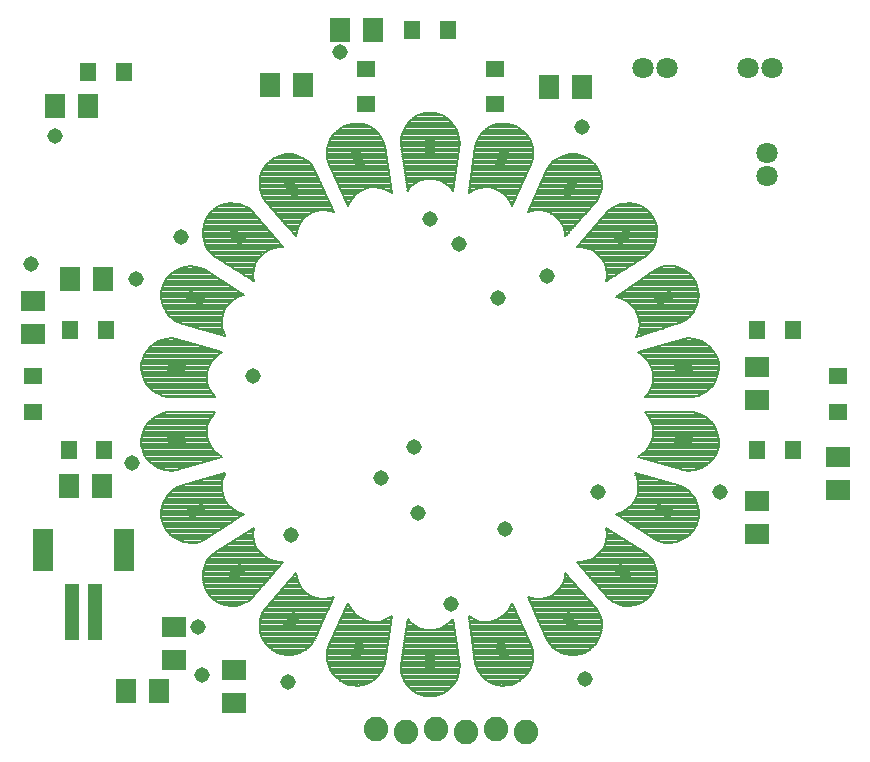
<source format=gts>
G75*
%MOIN*%
%OFA0B0*%
%FSLAX25Y25*%
%IPPOS*%
%LPD*%
%AMOC8*
5,1,8,0,0,1.08239X$1,22.5*
%
%ADD10C,0.07099*%
%ADD11R,0.07887X0.07099*%
%ADD12R,0.07099X0.07887*%
%ADD13R,0.04737X0.18910*%
%ADD14R,0.07099X0.14186*%
%ADD15C,0.08200*%
%ADD16R,0.05524X0.06312*%
%ADD17R,0.06312X0.05524*%
%ADD18C,0.00800*%
%ADD19R,0.05800X0.03300*%
%ADD20R,0.03300X0.05800*%
%ADD21C,0.05162*%
D10*
X0357287Y0291685D03*
X0357287Y0299559D03*
X0359059Y0327787D03*
X0351185Y0327787D03*
X0324059Y0327787D03*
X0316185Y0327787D03*
D11*
X0354122Y0228134D03*
X0354122Y0217110D03*
X0381122Y0198134D03*
X0381122Y0187110D03*
X0354122Y0183634D03*
X0354122Y0172610D03*
X0179622Y0127134D03*
X0179622Y0116110D03*
X0159622Y0130610D03*
X0159622Y0141634D03*
X0112622Y0239110D03*
X0112622Y0250134D03*
D12*
X0143610Y0120122D03*
X0154634Y0120122D03*
X0135634Y0188622D03*
X0124610Y0188622D03*
X0125110Y0257622D03*
X0136134Y0257622D03*
X0131134Y0315122D03*
X0120110Y0315122D03*
X0191610Y0322122D03*
X0202634Y0322122D03*
X0215110Y0340622D03*
X0226134Y0340622D03*
X0284610Y0321622D03*
X0295634Y0321622D03*
D13*
X0133559Y0146555D03*
X0125685Y0146555D03*
D14*
X0116236Y0167028D03*
X0143008Y0167028D03*
D15*
X0227122Y0107622D03*
X0237122Y0106622D03*
X0247122Y0107622D03*
X0257122Y0106622D03*
X0267122Y0107622D03*
X0277122Y0106622D03*
D16*
X0354217Y0200622D03*
X0366028Y0200622D03*
X0366028Y0240622D03*
X0354217Y0240622D03*
X0251028Y0340622D03*
X0239217Y0340622D03*
X0143028Y0326622D03*
X0131217Y0326622D03*
X0137028Y0240622D03*
X0125217Y0240622D03*
X0124717Y0200622D03*
X0136528Y0200622D03*
D17*
X0112622Y0213217D03*
X0112622Y0225028D03*
X0223622Y0315717D03*
X0223622Y0327528D03*
X0266622Y0327528D03*
X0266622Y0315717D03*
X0381122Y0225028D03*
X0381122Y0213217D03*
D18*
X0341207Y0205077D02*
X0340788Y0206596D01*
X0340136Y0208031D01*
X0339268Y0209346D01*
X0338205Y0210509D01*
X0336973Y0211491D01*
X0335603Y0212269D01*
X0334128Y0212823D01*
X0332585Y0213139D01*
X0316661Y0213047D01*
X0317642Y0211967D01*
X0318439Y0210744D01*
X0319031Y0209409D01*
X0319402Y0207997D01*
X0319544Y0206545D01*
X0319452Y0205088D01*
X0319128Y0203664D01*
X0318583Y0202310D01*
X0317828Y0201061D01*
X0316883Y0199947D01*
X0315774Y0198999D01*
X0314527Y0198240D01*
X0329777Y0193656D01*
X0331347Y0193523D01*
X0332918Y0193638D01*
X0334453Y0193997D01*
X0335912Y0194592D01*
X0337260Y0195408D01*
X0338464Y0196424D01*
X0339494Y0197616D01*
X0340325Y0198955D01*
X0340936Y0200407D01*
X0341312Y0201937D01*
X0341383Y0203511D01*
X0341207Y0205077D01*
X0341213Y0205026D02*
X0319437Y0205026D01*
X0319498Y0205824D02*
X0341001Y0205824D01*
X0340776Y0206623D02*
X0319536Y0206623D01*
X0319458Y0207421D02*
X0340413Y0207421D01*
X0340011Y0208220D02*
X0319344Y0208220D01*
X0319134Y0209018D02*
X0339484Y0209018D01*
X0338838Y0209817D02*
X0318850Y0209817D01*
X0318496Y0210615D02*
X0338072Y0210615D01*
X0337071Y0211414D02*
X0318003Y0211414D01*
X0317420Y0212212D02*
X0335704Y0212212D01*
X0333212Y0213011D02*
X0316694Y0213011D01*
X0316661Y0218197D02*
X0332585Y0218105D01*
X0334128Y0218421D01*
X0335603Y0218975D01*
X0336974Y0219753D01*
X0338205Y0220735D01*
X0339268Y0221898D01*
X0340136Y0223213D01*
X0340788Y0224648D01*
X0341207Y0226167D01*
X0341383Y0227733D01*
X0341312Y0229307D01*
X0340936Y0230837D01*
X0340324Y0232289D01*
X0339494Y0233628D01*
X0338464Y0234820D01*
X0337260Y0235836D01*
X0335912Y0236652D01*
X0334453Y0237247D01*
X0332918Y0237606D01*
X0331347Y0237721D01*
X0329777Y0237589D01*
X0314527Y0233004D01*
X0315774Y0232245D01*
X0316883Y0231297D01*
X0317828Y0230183D01*
X0318583Y0228934D01*
X0319128Y0227580D01*
X0319452Y0226156D01*
X0319544Y0224700D01*
X0319402Y0223247D01*
X0319031Y0221835D01*
X0318439Y0220500D01*
X0317642Y0219277D01*
X0316661Y0218197D01*
X0317027Y0218600D02*
X0334605Y0218600D01*
X0336350Y0219399D02*
X0317722Y0219399D01*
X0318242Y0220197D02*
X0337531Y0220197D01*
X0338444Y0220996D02*
X0318659Y0220996D01*
X0319013Y0221794D02*
X0339173Y0221794D01*
X0339727Y0222593D02*
X0319230Y0222593D01*
X0319416Y0223391D02*
X0340217Y0223391D01*
X0340580Y0224190D02*
X0319494Y0224190D01*
X0319525Y0224988D02*
X0340882Y0224988D01*
X0341102Y0225787D02*
X0319475Y0225787D01*
X0319354Y0226585D02*
X0341254Y0226585D01*
X0341344Y0227384D02*
X0319173Y0227384D01*
X0318886Y0228182D02*
X0341363Y0228182D01*
X0341327Y0228981D02*
X0318554Y0228981D01*
X0318072Y0229779D02*
X0341196Y0229779D01*
X0340999Y0230578D02*
X0317493Y0230578D01*
X0316790Y0231376D02*
X0340709Y0231376D01*
X0340372Y0232175D02*
X0315856Y0232175D01*
X0314578Y0232973D02*
X0339900Y0232973D01*
X0339369Y0233772D02*
X0317080Y0233772D01*
X0319737Y0234570D02*
X0338679Y0234570D01*
X0337813Y0235369D02*
X0322393Y0235369D01*
X0325049Y0236167D02*
X0336712Y0236167D01*
X0335142Y0236966D02*
X0327706Y0236966D01*
X0322700Y0240959D02*
X0314866Y0240959D01*
X0314849Y0240762D02*
X0314491Y0239347D01*
X0313912Y0238006D01*
X0329008Y0243077D01*
X0330366Y0243877D01*
X0331582Y0244878D01*
X0332626Y0246058D01*
X0333473Y0247387D01*
X0334102Y0248831D01*
X0334497Y0250357D01*
X0334649Y0251925D01*
X0334554Y0253498D01*
X0334213Y0255036D01*
X0333636Y0256502D01*
X0332785Y0257828D01*
X0331736Y0259004D01*
X0330516Y0260001D01*
X0329155Y0260796D01*
X0327687Y0261367D01*
X0326148Y0261703D01*
X0324574Y0261793D01*
X0323007Y0261636D01*
X0321483Y0261235D01*
X0320040Y0260601D01*
X0307097Y0251325D01*
X0308523Y0251010D01*
X0309880Y0250472D01*
X0311134Y0249725D01*
X0312253Y0248787D01*
X0313208Y0247683D01*
X0313975Y0246441D01*
X0314534Y0245093D01*
X0314870Y0243672D01*
X0314976Y0242216D01*
X0314849Y0240762D01*
X0314697Y0240160D02*
X0320323Y0240160D01*
X0317946Y0239362D02*
X0314495Y0239362D01*
X0314153Y0238563D02*
X0315569Y0238563D01*
X0314936Y0241757D02*
X0325077Y0241757D01*
X0327454Y0242556D02*
X0314952Y0242556D01*
X0314894Y0243354D02*
X0329478Y0243354D01*
X0330701Y0244153D02*
X0314756Y0244153D01*
X0314567Y0244951D02*
X0331646Y0244951D01*
X0332353Y0245750D02*
X0314261Y0245750D01*
X0313909Y0246548D02*
X0332939Y0246548D01*
X0333448Y0247347D02*
X0313416Y0247347D01*
X0312808Y0248145D02*
X0333804Y0248145D01*
X0334131Y0248944D02*
X0312066Y0248944D01*
X0311105Y0249742D02*
X0334338Y0249742D01*
X0334515Y0250541D02*
X0309707Y0250541D01*
X0308232Y0252138D02*
X0334636Y0252138D01*
X0334588Y0252936D02*
X0309346Y0252936D01*
X0310460Y0253735D02*
X0334501Y0253735D01*
X0334324Y0254533D02*
X0311574Y0254533D01*
X0312688Y0255332D02*
X0334097Y0255332D01*
X0333783Y0256130D02*
X0313802Y0256130D01*
X0314916Y0256929D02*
X0333362Y0256929D01*
X0332849Y0257727D02*
X0316030Y0257727D01*
X0317144Y0258526D02*
X0332162Y0258526D01*
X0331344Y0259324D02*
X0318259Y0259324D01*
X0319373Y0260123D02*
X0330308Y0260123D01*
X0328833Y0260921D02*
X0320768Y0260921D01*
X0323848Y0261720D02*
X0325845Y0261720D01*
X0319128Y0267309D02*
X0298509Y0267309D01*
X0298313Y0267406D02*
X0299623Y0266762D01*
X0300814Y0265918D01*
X0301855Y0264894D01*
X0302720Y0263718D01*
X0303386Y0262419D01*
X0303836Y0261030D01*
X0304059Y0259588D01*
X0304049Y0258128D01*
X0303807Y0256688D01*
X0317257Y0265214D01*
X0318385Y0266314D01*
X0319327Y0267577D01*
X0320060Y0268971D01*
X0320566Y0270464D01*
X0320832Y0272017D01*
X0320852Y0273592D01*
X0320625Y0275151D01*
X0320157Y0276656D01*
X0319459Y0278069D01*
X0318549Y0279355D01*
X0317406Y0280439D01*
X0316107Y0281331D01*
X0314685Y0282009D01*
X0313174Y0282456D01*
X0311611Y0282661D01*
X0310036Y0282619D01*
X0308487Y0282331D01*
X0307002Y0281805D01*
X0305618Y0281052D01*
X0304368Y0280093D01*
X0294011Y0267996D01*
X0295471Y0268031D01*
X0296917Y0267832D01*
X0298313Y0267406D01*
X0299978Y0266511D02*
X0318532Y0266511D01*
X0317768Y0265712D02*
X0301023Y0265712D01*
X0301835Y0264914D02*
X0316784Y0264914D01*
X0315524Y0264115D02*
X0302428Y0264115D01*
X0302925Y0263317D02*
X0314264Y0263317D01*
X0313005Y0262518D02*
X0303335Y0262518D01*
X0303612Y0261720D02*
X0311745Y0261720D01*
X0310485Y0260921D02*
X0303853Y0260921D01*
X0303976Y0260123D02*
X0309225Y0260123D01*
X0307966Y0259324D02*
X0304057Y0259324D01*
X0304052Y0258526D02*
X0306706Y0258526D01*
X0305446Y0257727D02*
X0303982Y0257727D01*
X0303847Y0256929D02*
X0304186Y0256929D01*
X0307118Y0251339D02*
X0334592Y0251339D01*
X0319606Y0268108D02*
X0294107Y0268108D01*
X0294791Y0268906D02*
X0320026Y0268906D01*
X0320308Y0269705D02*
X0295474Y0269705D01*
X0296158Y0270503D02*
X0320572Y0270503D01*
X0320709Y0271302D02*
X0296842Y0271302D01*
X0297525Y0272100D02*
X0320833Y0272100D01*
X0320843Y0272899D02*
X0298209Y0272899D01*
X0298893Y0273698D02*
X0320836Y0273698D01*
X0320720Y0274496D02*
X0299576Y0274496D01*
X0300260Y0275295D02*
X0320580Y0275295D01*
X0320332Y0276093D02*
X0300944Y0276093D01*
X0301627Y0276892D02*
X0320041Y0276892D01*
X0319646Y0277690D02*
X0302311Y0277690D01*
X0302995Y0278489D02*
X0319162Y0278489D01*
X0318598Y0279287D02*
X0303678Y0279287D01*
X0304362Y0280086D02*
X0317779Y0280086D01*
X0316758Y0280884D02*
X0305399Y0280884D01*
X0306778Y0281683D02*
X0315369Y0281683D01*
X0312979Y0282481D02*
X0309295Y0282481D01*
X0301527Y0285004D02*
X0302074Y0286481D01*
X0302384Y0288026D01*
X0302447Y0289601D01*
X0302264Y0291166D01*
X0301838Y0292683D01*
X0301181Y0294114D01*
X0300307Y0295426D01*
X0299239Y0296584D01*
X0298003Y0297561D01*
X0296600Y0298278D01*
X0295102Y0298767D01*
X0293546Y0299016D01*
X0291970Y0299018D01*
X0290414Y0298773D01*
X0288915Y0298288D01*
X0287510Y0297575D01*
X0286234Y0296651D01*
X0285118Y0295538D01*
X0284190Y0294265D01*
X0277670Y0279736D01*
X0279061Y0280181D01*
X0280504Y0280399D01*
X0281964Y0280384D01*
X0283402Y0280137D01*
X0284783Y0279663D01*
X0286071Y0278975D01*
X0287232Y0278091D01*
X0288238Y0277032D01*
X0289062Y0275827D01*
X0289683Y0274506D01*
X0290086Y0273103D01*
X0290260Y0271654D01*
X0300755Y0283630D01*
X0301527Y0285004D01*
X0301456Y0284877D02*
X0279977Y0284877D01*
X0280336Y0285675D02*
X0301776Y0285675D01*
X0302071Y0286474D02*
X0280694Y0286474D01*
X0281052Y0287272D02*
X0302233Y0287272D01*
X0302385Y0288071D02*
X0281411Y0288071D01*
X0281769Y0288869D02*
X0302418Y0288869D01*
X0302440Y0289668D02*
X0282127Y0289668D01*
X0282486Y0290466D02*
X0302346Y0290466D01*
X0302236Y0291265D02*
X0282844Y0291265D01*
X0283202Y0292063D02*
X0302012Y0292063D01*
X0301756Y0292862D02*
X0283561Y0292862D01*
X0283919Y0293660D02*
X0301389Y0293660D01*
X0300951Y0294459D02*
X0284332Y0294459D01*
X0284914Y0295257D02*
X0300419Y0295257D01*
X0299726Y0296056D02*
X0285637Y0296056D01*
X0286515Y0296854D02*
X0298897Y0296854D01*
X0297823Y0297653D02*
X0287663Y0297653D01*
X0289419Y0298451D02*
X0296069Y0298451D01*
X0301007Y0284078D02*
X0279619Y0284078D01*
X0279260Y0283280D02*
X0300448Y0283280D01*
X0299749Y0282481D02*
X0278902Y0282481D01*
X0278544Y0281683D02*
X0299049Y0281683D01*
X0298349Y0280884D02*
X0278185Y0280884D01*
X0277827Y0280086D02*
X0278761Y0280086D01*
X0283551Y0280086D02*
X0297649Y0280086D01*
X0296949Y0279287D02*
X0285487Y0279287D01*
X0286710Y0278489D02*
X0296250Y0278489D01*
X0295550Y0277690D02*
X0287613Y0277690D01*
X0288334Y0276892D02*
X0294850Y0276892D01*
X0294150Y0276093D02*
X0288880Y0276093D01*
X0289312Y0275295D02*
X0293450Y0275295D01*
X0292751Y0274496D02*
X0289686Y0274496D01*
X0289915Y0273698D02*
X0292051Y0273698D01*
X0291351Y0272899D02*
X0290110Y0272899D01*
X0290206Y0272100D02*
X0290651Y0272100D01*
X0274062Y0285675D02*
X0269885Y0285675D01*
X0269996Y0285584D02*
X0270965Y0284493D01*
X0271748Y0283260D01*
X0272324Y0281919D01*
X0279011Y0296371D01*
X0279363Y0297907D01*
X0279471Y0299479D01*
X0279332Y0301048D01*
X0278948Y0302577D01*
X0278331Y0304026D01*
X0277494Y0305361D01*
X0276459Y0306549D01*
X0275250Y0307560D01*
X0273899Y0308370D01*
X0272437Y0308958D01*
X0270889Y0309250D01*
X0269314Y0309296D01*
X0267751Y0309095D01*
X0266239Y0308652D01*
X0264815Y0307978D01*
X0263513Y0307090D01*
X0262367Y0306009D01*
X0261404Y0304762D01*
X0260648Y0303380D01*
X0260117Y0301896D01*
X0257964Y0286118D01*
X0259172Y0286938D01*
X0260496Y0287554D01*
X0261900Y0287952D01*
X0263350Y0288121D01*
X0264809Y0288056D01*
X0266238Y0287760D01*
X0267602Y0287239D01*
X0268865Y0286508D01*
X0269996Y0285584D01*
X0270624Y0284877D02*
X0273692Y0284877D01*
X0273323Y0284078D02*
X0271228Y0284078D01*
X0271735Y0283280D02*
X0272953Y0283280D01*
X0272584Y0282481D02*
X0272082Y0282481D01*
X0274431Y0286474D02*
X0268907Y0286474D01*
X0267515Y0287272D02*
X0274801Y0287272D01*
X0275170Y0288071D02*
X0264474Y0288071D01*
X0262922Y0288071D02*
X0258231Y0288071D01*
X0258340Y0288869D02*
X0275540Y0288869D01*
X0275909Y0289668D02*
X0258449Y0289668D01*
X0258558Y0290466D02*
X0276279Y0290466D01*
X0276648Y0291265D02*
X0258667Y0291265D01*
X0258776Y0292063D02*
X0277018Y0292063D01*
X0277387Y0292862D02*
X0258885Y0292862D01*
X0258993Y0293660D02*
X0277757Y0293660D01*
X0278126Y0294459D02*
X0259102Y0294459D01*
X0259211Y0295257D02*
X0278496Y0295257D01*
X0278865Y0296056D02*
X0259320Y0296056D01*
X0259429Y0296854D02*
X0279122Y0296854D01*
X0279305Y0297653D02*
X0259538Y0297653D01*
X0259647Y0298451D02*
X0279401Y0298451D01*
X0279455Y0299250D02*
X0259756Y0299250D01*
X0259865Y0300048D02*
X0279420Y0300048D01*
X0279349Y0300847D02*
X0259974Y0300847D01*
X0260083Y0301645D02*
X0279182Y0301645D01*
X0278982Y0302444D02*
X0260313Y0302444D01*
X0260599Y0303242D02*
X0278665Y0303242D01*
X0278321Y0304041D02*
X0261010Y0304041D01*
X0261464Y0304839D02*
X0277821Y0304839D01*
X0277253Y0305638D02*
X0262081Y0305638D01*
X0262820Y0306436D02*
X0276557Y0306436D01*
X0275639Y0307235D02*
X0263726Y0307235D01*
X0264931Y0308034D02*
X0274460Y0308034D01*
X0272751Y0308832D02*
X0266852Y0308832D01*
X0254534Y0305809D02*
X0253960Y0307276D01*
X0253163Y0308635D01*
X0252163Y0309853D01*
X0250985Y0310900D01*
X0249658Y0311749D01*
X0248215Y0312381D01*
X0246690Y0312779D01*
X0245122Y0312933D01*
X0243554Y0312779D01*
X0242029Y0312381D01*
X0240586Y0311749D01*
X0239259Y0310900D01*
X0238081Y0309853D01*
X0237081Y0308635D01*
X0236285Y0307276D01*
X0235710Y0305809D01*
X0235372Y0304270D01*
X0235280Y0302697D01*
X0237642Y0286949D01*
X0238571Y0288075D01*
X0239668Y0289038D01*
X0240905Y0289814D01*
X0242249Y0290383D01*
X0243667Y0290730D01*
X0245122Y0290847D01*
X0246577Y0290730D01*
X0247995Y0290383D01*
X0249339Y0289814D01*
X0250576Y0289038D01*
X0251673Y0288075D01*
X0252602Y0286949D01*
X0254965Y0302697D01*
X0254872Y0304270D01*
X0254534Y0305809D01*
X0254571Y0305638D02*
X0235673Y0305638D01*
X0235497Y0304839D02*
X0254747Y0304839D01*
X0254885Y0304041D02*
X0235359Y0304041D01*
X0235312Y0303242D02*
X0254932Y0303242D01*
X0254927Y0302444D02*
X0235317Y0302444D01*
X0235437Y0301645D02*
X0254807Y0301645D01*
X0254687Y0300847D02*
X0235557Y0300847D01*
X0235677Y0300048D02*
X0254567Y0300048D01*
X0254448Y0299250D02*
X0235797Y0299250D01*
X0235916Y0298451D02*
X0254328Y0298451D01*
X0254208Y0297653D02*
X0236036Y0297653D01*
X0236156Y0296854D02*
X0254088Y0296854D01*
X0253968Y0296056D02*
X0236276Y0296056D01*
X0236395Y0295257D02*
X0253849Y0295257D01*
X0253729Y0294459D02*
X0236515Y0294459D01*
X0236635Y0293660D02*
X0253609Y0293660D01*
X0253489Y0292862D02*
X0236755Y0292862D01*
X0236875Y0292063D02*
X0253370Y0292063D01*
X0253250Y0291265D02*
X0236994Y0291265D01*
X0237114Y0290466D02*
X0242591Y0290466D01*
X0240672Y0289668D02*
X0237234Y0289668D01*
X0237354Y0288869D02*
X0239476Y0288869D01*
X0238568Y0288071D02*
X0237473Y0288071D01*
X0237593Y0287272D02*
X0237909Y0287272D01*
X0232231Y0286474D02*
X0231755Y0286474D01*
X0232280Y0286118D02*
X0230127Y0301896D01*
X0229596Y0303380D01*
X0228840Y0304762D01*
X0227877Y0306009D01*
X0226731Y0307090D01*
X0225430Y0307979D01*
X0224005Y0308653D01*
X0222493Y0309095D01*
X0220930Y0309296D01*
X0219355Y0309250D01*
X0217807Y0308958D01*
X0216345Y0308370D01*
X0214994Y0307560D01*
X0213785Y0306549D01*
X0212750Y0305361D01*
X0211913Y0304026D01*
X0211296Y0302577D01*
X0210913Y0301048D01*
X0210773Y0299479D01*
X0210881Y0297907D01*
X0211233Y0296371D01*
X0217920Y0281919D01*
X0218496Y0283260D01*
X0219279Y0284493D01*
X0220248Y0285584D01*
X0221379Y0286508D01*
X0222642Y0287239D01*
X0224006Y0287760D01*
X0225435Y0288056D01*
X0226894Y0288121D01*
X0228344Y0287952D01*
X0229748Y0287554D01*
X0231072Y0286938D01*
X0232280Y0286118D01*
X0232122Y0287272D02*
X0230354Y0287272D01*
X0232013Y0288071D02*
X0227322Y0288071D01*
X0225770Y0288071D02*
X0215074Y0288071D01*
X0214704Y0288869D02*
X0231904Y0288869D01*
X0231795Y0289668D02*
X0214335Y0289668D01*
X0213965Y0290466D02*
X0231686Y0290466D01*
X0231577Y0291265D02*
X0213596Y0291265D01*
X0213226Y0292063D02*
X0231468Y0292063D01*
X0231360Y0292862D02*
X0212857Y0292862D01*
X0212487Y0293660D02*
X0231251Y0293660D01*
X0231142Y0294459D02*
X0212118Y0294459D01*
X0211748Y0295257D02*
X0231033Y0295257D01*
X0230924Y0296056D02*
X0211379Y0296056D01*
X0211122Y0296854D02*
X0230815Y0296854D01*
X0230706Y0297653D02*
X0210939Y0297653D01*
X0210844Y0298451D02*
X0230597Y0298451D01*
X0230488Y0299250D02*
X0210789Y0299250D01*
X0210824Y0300048D02*
X0230379Y0300048D01*
X0230270Y0300847D02*
X0210895Y0300847D01*
X0211062Y0301645D02*
X0230161Y0301645D01*
X0229931Y0302444D02*
X0211263Y0302444D01*
X0211580Y0303242D02*
X0229645Y0303242D01*
X0229235Y0304041D02*
X0211923Y0304041D01*
X0212423Y0304839D02*
X0228780Y0304839D01*
X0228164Y0305638D02*
X0212991Y0305638D01*
X0213687Y0306436D02*
X0227424Y0306436D01*
X0226519Y0307235D02*
X0214605Y0307235D01*
X0215784Y0308034D02*
X0225313Y0308034D01*
X0223392Y0308832D02*
X0217493Y0308832D01*
X0205107Y0296056D02*
X0191018Y0296056D01*
X0191505Y0296584D02*
X0190437Y0295426D01*
X0189564Y0294114D01*
X0188906Y0292683D01*
X0188480Y0291166D01*
X0188297Y0289601D01*
X0188361Y0288026D01*
X0188670Y0286481D01*
X0189217Y0285004D01*
X0189989Y0283630D01*
X0200484Y0271654D01*
X0200658Y0273103D01*
X0201061Y0274506D01*
X0201682Y0275827D01*
X0202506Y0277032D01*
X0203512Y0278091D01*
X0204673Y0278975D01*
X0205961Y0279663D01*
X0207342Y0280137D01*
X0208780Y0280384D01*
X0210240Y0280399D01*
X0211684Y0280181D01*
X0213074Y0279736D01*
X0206554Y0294265D01*
X0205626Y0295538D01*
X0204510Y0296651D01*
X0203234Y0297575D01*
X0201829Y0298289D01*
X0200330Y0298773D01*
X0198774Y0299018D01*
X0197198Y0299016D01*
X0195642Y0298767D01*
X0194144Y0298278D01*
X0192741Y0297561D01*
X0191505Y0296584D01*
X0191847Y0296854D02*
X0204229Y0296854D01*
X0203081Y0297653D02*
X0192921Y0297653D01*
X0194675Y0298451D02*
X0201326Y0298451D01*
X0205830Y0295257D02*
X0190325Y0295257D01*
X0189793Y0294459D02*
X0206412Y0294459D01*
X0206825Y0293660D02*
X0189355Y0293660D01*
X0188988Y0292862D02*
X0207183Y0292862D01*
X0207542Y0292063D02*
X0188732Y0292063D01*
X0188508Y0291265D02*
X0207900Y0291265D01*
X0208258Y0290466D02*
X0188398Y0290466D01*
X0188305Y0289668D02*
X0208617Y0289668D01*
X0208975Y0288869D02*
X0188326Y0288869D01*
X0188359Y0288071D02*
X0209333Y0288071D01*
X0209692Y0287272D02*
X0188512Y0287272D01*
X0188673Y0286474D02*
X0210050Y0286474D01*
X0210409Y0285675D02*
X0188968Y0285675D01*
X0189288Y0284877D02*
X0210767Y0284877D01*
X0211125Y0284078D02*
X0189737Y0284078D01*
X0190296Y0283280D02*
X0211484Y0283280D01*
X0211842Y0282481D02*
X0190995Y0282481D01*
X0191695Y0281683D02*
X0212200Y0281683D01*
X0212559Y0280884D02*
X0192395Y0280884D01*
X0193095Y0280086D02*
X0207193Y0280086D01*
X0205257Y0279287D02*
X0193795Y0279287D01*
X0194494Y0278489D02*
X0204034Y0278489D01*
X0203131Y0277690D02*
X0195194Y0277690D01*
X0195894Y0276892D02*
X0202410Y0276892D01*
X0201864Y0276093D02*
X0196594Y0276093D01*
X0197294Y0275295D02*
X0201432Y0275295D01*
X0201058Y0274496D02*
X0197993Y0274496D01*
X0198693Y0273698D02*
X0200829Y0273698D01*
X0200634Y0272899D02*
X0199393Y0272899D01*
X0200093Y0272100D02*
X0200538Y0272100D01*
X0196137Y0268108D02*
X0170638Y0268108D01*
X0170917Y0267577D02*
X0171859Y0266314D01*
X0172987Y0265214D01*
X0186437Y0256688D01*
X0186195Y0258128D01*
X0186185Y0259588D01*
X0186408Y0261030D01*
X0186858Y0262419D01*
X0187524Y0263718D01*
X0188389Y0264894D01*
X0189430Y0265918D01*
X0190621Y0266762D01*
X0191931Y0267406D01*
X0193327Y0267832D01*
X0194773Y0268031D01*
X0196233Y0267996D01*
X0185876Y0280093D01*
X0184626Y0281052D01*
X0183242Y0281805D01*
X0181757Y0282331D01*
X0180208Y0282619D01*
X0178633Y0282661D01*
X0177070Y0282456D01*
X0175559Y0282009D01*
X0174137Y0281331D01*
X0172838Y0280439D01*
X0171695Y0279355D01*
X0170785Y0278069D01*
X0170087Y0276656D01*
X0169619Y0275151D01*
X0169393Y0273592D01*
X0169413Y0272017D01*
X0169679Y0270464D01*
X0170184Y0268971D01*
X0170917Y0267577D01*
X0171117Y0267309D02*
X0191735Y0267309D01*
X0190266Y0266511D02*
X0171712Y0266511D01*
X0172476Y0265712D02*
X0189221Y0265712D01*
X0188409Y0264914D02*
X0173460Y0264914D01*
X0174720Y0264115D02*
X0187816Y0264115D01*
X0187319Y0263317D02*
X0175980Y0263317D01*
X0177240Y0262518D02*
X0186909Y0262518D01*
X0186632Y0261720D02*
X0178499Y0261720D01*
X0179759Y0260921D02*
X0186391Y0260921D01*
X0186268Y0260123D02*
X0181019Y0260123D01*
X0182279Y0259324D02*
X0186187Y0259324D01*
X0186192Y0258526D02*
X0183538Y0258526D01*
X0184798Y0257727D02*
X0186262Y0257727D01*
X0186397Y0256929D02*
X0186058Y0256929D01*
X0182988Y0252138D02*
X0155582Y0252138D01*
X0155571Y0251401D02*
X0155595Y0252977D01*
X0155865Y0254529D01*
X0156374Y0256020D01*
X0157165Y0257383D01*
X0158160Y0258605D01*
X0159333Y0259657D01*
X0160656Y0260512D01*
X0162097Y0261150D01*
X0163620Y0261555D01*
X0165187Y0261716D01*
X0166760Y0261630D01*
X0168301Y0261299D01*
X0169771Y0260731D01*
X0183121Y0252051D01*
X0181711Y0251672D01*
X0180380Y0251074D01*
X0179161Y0250270D01*
X0178086Y0249283D01*
X0177182Y0248137D01*
X0176472Y0246861D01*
X0175975Y0245488D01*
X0175703Y0244054D01*
X0175663Y0242595D01*
X0175857Y0241148D01*
X0176278Y0239750D01*
X0176917Y0238438D01*
X0161607Y0242819D01*
X0160215Y0243556D01*
X0158954Y0244501D01*
X0157857Y0245632D01*
X0156951Y0246921D01*
X0156257Y0248336D01*
X0155793Y0249842D01*
X0155571Y0251401D01*
X0155579Y0251339D02*
X0180970Y0251339D01*
X0179572Y0250541D02*
X0155693Y0250541D01*
X0155824Y0249742D02*
X0178586Y0249742D01*
X0177819Y0248944D02*
X0156070Y0248944D01*
X0156351Y0248145D02*
X0177189Y0248145D01*
X0176743Y0247347D02*
X0156742Y0247347D01*
X0157213Y0246548D02*
X0176359Y0246548D01*
X0176070Y0245750D02*
X0157775Y0245750D01*
X0158518Y0244951D02*
X0175873Y0244951D01*
X0175722Y0244153D02*
X0159419Y0244153D01*
X0160596Y0243354D02*
X0175684Y0243354D01*
X0175669Y0242556D02*
X0162527Y0242556D01*
X0165318Y0241757D02*
X0175775Y0241757D01*
X0175914Y0240959D02*
X0168108Y0240959D01*
X0170898Y0240160D02*
X0176155Y0240160D01*
X0176467Y0239362D02*
X0173689Y0239362D01*
X0176479Y0238563D02*
X0176856Y0238563D01*
X0175717Y0233004D02*
X0160467Y0237589D01*
X0158897Y0237721D01*
X0157326Y0237606D01*
X0155791Y0237247D01*
X0154332Y0236652D01*
X0152984Y0235837D01*
X0151780Y0234820D01*
X0150750Y0233628D01*
X0149920Y0232289D01*
X0149308Y0230837D01*
X0148932Y0229307D01*
X0148861Y0227733D01*
X0149037Y0226167D01*
X0149456Y0224648D01*
X0150108Y0223213D01*
X0150976Y0221898D01*
X0152039Y0220735D01*
X0153271Y0219753D01*
X0154641Y0218975D01*
X0156116Y0218421D01*
X0157660Y0218105D01*
X0173583Y0218197D01*
X0172602Y0219277D01*
X0171805Y0220500D01*
X0171213Y0221835D01*
X0170842Y0223247D01*
X0170701Y0224700D01*
X0170793Y0226156D01*
X0171116Y0227580D01*
X0171662Y0228934D01*
X0172416Y0230183D01*
X0173361Y0231297D01*
X0174470Y0232245D01*
X0175717Y0233004D01*
X0175666Y0232973D02*
X0150344Y0232973D01*
X0149872Y0232175D02*
X0174388Y0232175D01*
X0173454Y0231376D02*
X0149535Y0231376D01*
X0149245Y0230578D02*
X0172751Y0230578D01*
X0172172Y0229779D02*
X0149048Y0229779D01*
X0148917Y0228981D02*
X0171690Y0228981D01*
X0171358Y0228182D02*
X0148881Y0228182D01*
X0148900Y0227384D02*
X0171071Y0227384D01*
X0170890Y0226585D02*
X0148990Y0226585D01*
X0149142Y0225787D02*
X0170769Y0225787D01*
X0170719Y0224988D02*
X0149363Y0224988D01*
X0149665Y0224190D02*
X0170750Y0224190D01*
X0170828Y0223391D02*
X0150027Y0223391D01*
X0150518Y0222593D02*
X0171014Y0222593D01*
X0171231Y0221794D02*
X0151071Y0221794D01*
X0151801Y0220996D02*
X0171585Y0220996D01*
X0172002Y0220197D02*
X0152713Y0220197D01*
X0153894Y0219399D02*
X0172523Y0219399D01*
X0173217Y0218600D02*
X0155639Y0218600D01*
X0157032Y0213011D02*
X0173550Y0213011D01*
X0173583Y0213047D02*
X0157660Y0213139D01*
X0156116Y0212823D01*
X0154641Y0212269D01*
X0153271Y0211491D01*
X0152039Y0210509D01*
X0150976Y0209346D01*
X0150108Y0208031D01*
X0149456Y0206596D01*
X0149037Y0205077D01*
X0148861Y0203512D01*
X0148932Y0201937D01*
X0149308Y0200407D01*
X0149920Y0198955D01*
X0150750Y0197616D01*
X0151781Y0196424D01*
X0152984Y0195408D01*
X0154332Y0194592D01*
X0155792Y0193997D01*
X0157326Y0193638D01*
X0158897Y0193523D01*
X0160467Y0193656D01*
X0175717Y0198240D01*
X0174470Y0198999D01*
X0173361Y0199947D01*
X0172416Y0201061D01*
X0171662Y0202310D01*
X0171116Y0203664D01*
X0170793Y0205088D01*
X0170701Y0206545D01*
X0170842Y0207997D01*
X0171213Y0209409D01*
X0171805Y0210744D01*
X0172602Y0211967D01*
X0173583Y0213047D01*
X0172825Y0212212D02*
X0154540Y0212212D01*
X0153173Y0211414D02*
X0172241Y0211414D01*
X0171748Y0210615D02*
X0152172Y0210615D01*
X0151406Y0209817D02*
X0171394Y0209817D01*
X0171110Y0209018D02*
X0150759Y0209018D01*
X0150232Y0208220D02*
X0170900Y0208220D01*
X0170786Y0207421D02*
X0149831Y0207421D01*
X0149468Y0206623D02*
X0170708Y0206623D01*
X0170746Y0205824D02*
X0149243Y0205824D01*
X0149031Y0205026D02*
X0170807Y0205026D01*
X0170988Y0204227D02*
X0148942Y0204227D01*
X0148865Y0203429D02*
X0171211Y0203429D01*
X0171533Y0202630D02*
X0148901Y0202630D01*
X0148958Y0201831D02*
X0171951Y0201831D01*
X0172440Y0201033D02*
X0149154Y0201033D01*
X0149381Y0200234D02*
X0173117Y0200234D01*
X0173959Y0199436D02*
X0149717Y0199436D01*
X0150117Y0198637D02*
X0175064Y0198637D01*
X0174384Y0197839D02*
X0150612Y0197839D01*
X0151248Y0197040D02*
X0171728Y0197040D01*
X0169071Y0196242D02*
X0151996Y0196242D01*
X0152942Y0195443D02*
X0166415Y0195443D01*
X0163758Y0194645D02*
X0154245Y0194645D01*
X0156436Y0193846D02*
X0161102Y0193846D01*
X0163809Y0189055D02*
X0175718Y0189055D01*
X0175663Y0188649D02*
X0175857Y0190096D01*
X0176278Y0191494D01*
X0176917Y0192806D01*
X0161607Y0188425D01*
X0160215Y0187689D01*
X0158954Y0186743D01*
X0157857Y0185612D01*
X0156951Y0184323D01*
X0156257Y0182908D01*
X0155793Y0181403D01*
X0155570Y0179843D01*
X0155595Y0178267D01*
X0155865Y0176715D01*
X0156374Y0175224D01*
X0157165Y0173861D01*
X0158160Y0172639D01*
X0159333Y0171587D01*
X0160656Y0170732D01*
X0162097Y0170094D01*
X0163620Y0169690D01*
X0165187Y0169528D01*
X0166760Y0169614D01*
X0168301Y0169945D01*
X0169771Y0170513D01*
X0183121Y0179193D01*
X0181711Y0179572D01*
X0180380Y0180170D01*
X0179161Y0180974D01*
X0178086Y0181961D01*
X0177182Y0183108D01*
X0176472Y0184383D01*
X0175975Y0185756D01*
X0175703Y0187190D01*
X0175663Y0188649D01*
X0175674Y0188257D02*
X0161289Y0188257D01*
X0159908Y0187458D02*
X0175696Y0187458D01*
X0175804Y0186660D02*
X0158874Y0186660D01*
X0158099Y0185861D02*
X0175955Y0185861D01*
X0176226Y0185063D02*
X0157471Y0185063D01*
X0156922Y0184264D02*
X0176539Y0184264D01*
X0176983Y0183466D02*
X0156530Y0183466D01*
X0156183Y0182667D02*
X0177529Y0182667D01*
X0178187Y0181869D02*
X0155937Y0181869D01*
X0155746Y0181070D02*
X0179056Y0181070D01*
X0180226Y0180272D02*
X0155632Y0180272D01*
X0155576Y0179473D02*
X0182078Y0179473D01*
X0182324Y0178675D02*
X0155588Y0178675D01*
X0155663Y0177876D02*
X0181096Y0177876D01*
X0179868Y0177078D02*
X0155802Y0177078D01*
X0156014Y0176279D02*
X0178640Y0176279D01*
X0177412Y0175481D02*
X0156287Y0175481D01*
X0156689Y0174682D02*
X0176183Y0174682D01*
X0174955Y0173884D02*
X0157152Y0173884D01*
X0157797Y0173085D02*
X0173727Y0173085D01*
X0172499Y0172287D02*
X0158553Y0172287D01*
X0159486Y0171488D02*
X0171271Y0171488D01*
X0170043Y0170690D02*
X0160752Y0170690D01*
X0162862Y0169891D02*
X0168050Y0169891D01*
X0172033Y0165100D02*
X0189749Y0165100D01*
X0189430Y0165326D02*
X0188389Y0166350D01*
X0187524Y0167526D01*
X0186858Y0168825D01*
X0186408Y0170214D01*
X0186185Y0171657D01*
X0186195Y0173116D01*
X0186437Y0174556D01*
X0172987Y0166030D01*
X0171859Y0164930D01*
X0170917Y0163667D01*
X0170184Y0162273D01*
X0169678Y0160780D01*
X0169412Y0159227D01*
X0169392Y0157652D01*
X0169619Y0156093D01*
X0170087Y0154588D01*
X0170785Y0153175D01*
X0171695Y0151889D01*
X0172838Y0150805D01*
X0174137Y0149913D01*
X0175559Y0149235D01*
X0177070Y0148788D01*
X0178633Y0148583D01*
X0180208Y0148625D01*
X0181757Y0148913D01*
X0183242Y0149440D01*
X0184626Y0150192D01*
X0185876Y0151151D01*
X0196233Y0163248D01*
X0194773Y0163213D01*
X0193327Y0163412D01*
X0191931Y0163838D01*
X0190621Y0164482D01*
X0189430Y0165326D01*
X0188848Y0165898D02*
X0172852Y0165898D01*
X0174039Y0166697D02*
X0188134Y0166697D01*
X0187547Y0167496D02*
X0175299Y0167496D01*
X0176558Y0168294D02*
X0187131Y0168294D01*
X0186772Y0169093D02*
X0177818Y0169093D01*
X0179078Y0169891D02*
X0186513Y0169891D01*
X0186335Y0170690D02*
X0180338Y0170690D01*
X0181597Y0171488D02*
X0186211Y0171488D01*
X0186189Y0172287D02*
X0182857Y0172287D01*
X0184117Y0173085D02*
X0186195Y0173085D01*
X0186324Y0173884D02*
X0185377Y0173884D01*
X0190988Y0164301D02*
X0171390Y0164301D01*
X0170831Y0163503D02*
X0193029Y0163503D01*
X0195084Y0161906D02*
X0170060Y0161906D01*
X0169789Y0161107D02*
X0194400Y0161107D01*
X0193716Y0160309D02*
X0169598Y0160309D01*
X0169461Y0159510D02*
X0193033Y0159510D01*
X0192349Y0158712D02*
X0169406Y0158712D01*
X0169396Y0157913D02*
X0191665Y0157913D01*
X0190982Y0157115D02*
X0169471Y0157115D01*
X0169587Y0156316D02*
X0190298Y0156316D01*
X0189614Y0155518D02*
X0169798Y0155518D01*
X0170046Y0154719D02*
X0188931Y0154719D01*
X0188247Y0153921D02*
X0170417Y0153921D01*
X0170822Y0153122D02*
X0187563Y0153122D01*
X0186880Y0152324D02*
X0171387Y0152324D01*
X0172078Y0151525D02*
X0186196Y0151525D01*
X0185323Y0150727D02*
X0172952Y0150727D01*
X0174115Y0149928D02*
X0184141Y0149928D01*
X0182368Y0149130D02*
X0175916Y0149130D01*
X0188670Y0144763D02*
X0188361Y0143218D01*
X0188297Y0141643D01*
X0188480Y0140079D01*
X0188906Y0138561D01*
X0189563Y0137130D01*
X0190437Y0135818D01*
X0191505Y0134660D01*
X0192741Y0133683D01*
X0194144Y0132966D01*
X0195642Y0132477D01*
X0197198Y0132229D01*
X0198774Y0132226D01*
X0200330Y0132471D01*
X0201829Y0132956D01*
X0203234Y0133669D01*
X0204510Y0134594D01*
X0205626Y0135706D01*
X0206554Y0136980D01*
X0213074Y0151508D01*
X0211684Y0151063D01*
X0210240Y0150845D01*
X0208780Y0150860D01*
X0207342Y0151107D01*
X0205961Y0151581D01*
X0204673Y0152269D01*
X0203512Y0153153D01*
X0202506Y0154212D01*
X0201682Y0155417D01*
X0201061Y0156738D01*
X0200658Y0158141D01*
X0200484Y0159590D01*
X0189989Y0147614D01*
X0189217Y0146240D01*
X0188670Y0144763D01*
X0188809Y0145137D02*
X0210215Y0145137D01*
X0209856Y0144339D02*
X0188585Y0144339D01*
X0188425Y0143540D02*
X0209498Y0143540D01*
X0209140Y0142742D02*
X0188341Y0142742D01*
X0188309Y0141943D02*
X0208781Y0141943D01*
X0208423Y0141145D02*
X0188355Y0141145D01*
X0188449Y0140346D02*
X0208065Y0140346D01*
X0207706Y0139548D02*
X0188629Y0139548D01*
X0188853Y0138749D02*
X0207348Y0138749D01*
X0206990Y0137951D02*
X0189186Y0137951D01*
X0189553Y0137152D02*
X0206631Y0137152D01*
X0206098Y0136354D02*
X0190081Y0136354D01*
X0190680Y0135555D02*
X0205474Y0135555D01*
X0204674Y0134757D02*
X0191416Y0134757D01*
X0192393Y0133958D02*
X0203633Y0133958D01*
X0202231Y0133160D02*
X0193765Y0133160D01*
X0196368Y0132361D02*
X0199631Y0132361D01*
X0210773Y0131765D02*
X0210912Y0130196D01*
X0211296Y0128668D01*
X0211913Y0127218D01*
X0212750Y0125883D01*
X0213785Y0124695D01*
X0214994Y0123684D01*
X0216345Y0122874D01*
X0217807Y0122286D01*
X0219355Y0121994D01*
X0220930Y0121948D01*
X0222493Y0122149D01*
X0224005Y0122592D01*
X0225430Y0123266D01*
X0226731Y0124154D01*
X0227877Y0125235D01*
X0228840Y0126482D01*
X0229596Y0127864D01*
X0230127Y0129348D01*
X0232280Y0145126D01*
X0231072Y0144306D01*
X0229748Y0143690D01*
X0228344Y0143292D01*
X0226894Y0143124D01*
X0225435Y0143188D01*
X0224006Y0143485D01*
X0222642Y0144005D01*
X0221379Y0144736D01*
X0220248Y0145660D01*
X0219279Y0146751D01*
X0218496Y0147984D01*
X0217920Y0149325D01*
X0211233Y0134873D01*
X0210881Y0133337D01*
X0210773Y0131765D01*
X0210791Y0131563D02*
X0230429Y0131563D01*
X0230538Y0132361D02*
X0210814Y0132361D01*
X0210869Y0133160D02*
X0230647Y0133160D01*
X0230756Y0133958D02*
X0211023Y0133958D01*
X0211206Y0134757D02*
X0230865Y0134757D01*
X0230974Y0135555D02*
X0211549Y0135555D01*
X0211918Y0136354D02*
X0231083Y0136354D01*
X0231192Y0137152D02*
X0212288Y0137152D01*
X0212657Y0137951D02*
X0231301Y0137951D01*
X0231410Y0138749D02*
X0213027Y0138749D01*
X0213396Y0139548D02*
X0231519Y0139548D01*
X0231627Y0140346D02*
X0213766Y0140346D01*
X0214135Y0141145D02*
X0231736Y0141145D01*
X0231845Y0141943D02*
X0214505Y0141943D01*
X0214874Y0142742D02*
X0231954Y0142742D01*
X0232063Y0143540D02*
X0229220Y0143540D01*
X0231119Y0144339D02*
X0232172Y0144339D01*
X0237528Y0143540D02*
X0238265Y0143540D01*
X0238571Y0143170D02*
X0237642Y0144295D01*
X0235280Y0128547D01*
X0235372Y0126974D01*
X0235710Y0125435D01*
X0236284Y0123968D01*
X0237081Y0122609D01*
X0238081Y0121391D01*
X0239259Y0120344D01*
X0240586Y0119495D01*
X0242029Y0118863D01*
X0243554Y0118465D01*
X0245122Y0118311D01*
X0246690Y0118466D01*
X0248215Y0118863D01*
X0249658Y0119495D01*
X0250985Y0120344D01*
X0252163Y0121391D01*
X0253163Y0122609D01*
X0253959Y0123968D01*
X0254534Y0125435D01*
X0254872Y0126974D01*
X0254965Y0128547D01*
X0252602Y0144295D01*
X0251673Y0143170D01*
X0250576Y0142206D01*
X0249339Y0141430D01*
X0247995Y0140862D01*
X0246577Y0140514D01*
X0245122Y0140398D01*
X0243667Y0140514D01*
X0242249Y0140862D01*
X0240905Y0141430D01*
X0239668Y0142206D01*
X0238571Y0143170D01*
X0239058Y0142742D02*
X0237409Y0142742D01*
X0237289Y0141943D02*
X0240088Y0141943D01*
X0241580Y0141145D02*
X0237169Y0141145D01*
X0237049Y0140346D02*
X0253195Y0140346D01*
X0253315Y0139548D02*
X0236930Y0139548D01*
X0236810Y0138749D02*
X0253434Y0138749D01*
X0253554Y0137951D02*
X0236690Y0137951D01*
X0236570Y0137152D02*
X0253674Y0137152D01*
X0253794Y0136354D02*
X0236450Y0136354D01*
X0236331Y0135555D02*
X0253913Y0135555D01*
X0254033Y0134757D02*
X0236211Y0134757D01*
X0236091Y0133958D02*
X0254153Y0133958D01*
X0254273Y0133160D02*
X0235971Y0133160D01*
X0235852Y0132361D02*
X0254393Y0132361D01*
X0254512Y0131563D02*
X0235732Y0131563D01*
X0235612Y0130764D02*
X0254632Y0130764D01*
X0254752Y0129965D02*
X0235492Y0129965D01*
X0235372Y0129167D02*
X0254872Y0129167D01*
X0254954Y0128368D02*
X0235290Y0128368D01*
X0235337Y0127570D02*
X0254907Y0127570D01*
X0254827Y0126771D02*
X0235417Y0126771D01*
X0235592Y0125973D02*
X0254652Y0125973D01*
X0254432Y0125174D02*
X0235812Y0125174D01*
X0236125Y0124376D02*
X0254119Y0124376D01*
X0253730Y0123577D02*
X0236514Y0123577D01*
X0236982Y0122779D02*
X0253262Y0122779D01*
X0252647Y0121980D02*
X0237597Y0121980D01*
X0238316Y0121182D02*
X0251928Y0121182D01*
X0251029Y0120383D02*
X0239215Y0120383D01*
X0240445Y0119585D02*
X0249799Y0119585D01*
X0247919Y0118786D02*
X0242324Y0118786D01*
X0228998Y0126771D02*
X0212193Y0126771D01*
X0211763Y0127570D02*
X0229435Y0127570D01*
X0229777Y0128368D02*
X0211423Y0128368D01*
X0211170Y0129167D02*
X0230062Y0129167D01*
X0230211Y0129965D02*
X0210970Y0129965D01*
X0210862Y0130764D02*
X0230320Y0130764D01*
X0228447Y0125973D02*
X0212694Y0125973D01*
X0213368Y0125174D02*
X0227813Y0125174D01*
X0226966Y0124376D02*
X0214167Y0124376D01*
X0215171Y0123577D02*
X0225886Y0123577D01*
X0224401Y0122779D02*
X0216582Y0122779D01*
X0219821Y0121980D02*
X0221183Y0121980D01*
X0223860Y0143540D02*
X0215244Y0143540D01*
X0215613Y0144339D02*
X0222066Y0144339D01*
X0220888Y0145137D02*
X0215983Y0145137D01*
X0216352Y0145936D02*
X0220003Y0145936D01*
X0219294Y0146734D02*
X0216722Y0146734D01*
X0217091Y0147533D02*
X0218783Y0147533D01*
X0218347Y0148331D02*
X0217460Y0148331D01*
X0217830Y0149130D02*
X0218004Y0149130D01*
X0212723Y0150727D02*
X0192717Y0150727D01*
X0193416Y0151525D02*
X0206124Y0151525D01*
X0204601Y0152324D02*
X0194116Y0152324D01*
X0194816Y0153122D02*
X0203553Y0153122D01*
X0202783Y0153921D02*
X0195516Y0153921D01*
X0196216Y0154719D02*
X0202159Y0154719D01*
X0201635Y0155518D02*
X0196915Y0155518D01*
X0197615Y0156316D02*
X0201259Y0156316D01*
X0200953Y0157115D02*
X0198315Y0157115D01*
X0199015Y0157913D02*
X0200723Y0157913D01*
X0200590Y0158712D02*
X0199715Y0158712D01*
X0200414Y0159510D02*
X0200494Y0159510D01*
X0195767Y0162704D02*
X0170411Y0162704D01*
X0189943Y0147533D02*
X0211290Y0147533D01*
X0211648Y0148331D02*
X0190617Y0148331D01*
X0191317Y0149130D02*
X0212007Y0149130D01*
X0212365Y0149928D02*
X0192017Y0149928D01*
X0189494Y0146734D02*
X0210931Y0146734D01*
X0210573Y0145936D02*
X0189104Y0145936D01*
X0175824Y0189854D02*
X0166599Y0189854D01*
X0169390Y0190652D02*
X0176024Y0190652D01*
X0176265Y0191451D02*
X0172180Y0191451D01*
X0174971Y0192249D02*
X0176646Y0192249D01*
X0173164Y0233772D02*
X0150875Y0233772D01*
X0151565Y0234570D02*
X0170507Y0234570D01*
X0167851Y0235369D02*
X0152431Y0235369D01*
X0153531Y0236167D02*
X0165195Y0236167D01*
X0162538Y0236966D02*
X0155102Y0236966D01*
X0155594Y0252936D02*
X0181760Y0252936D01*
X0180532Y0253735D02*
X0155727Y0253735D01*
X0155866Y0254533D02*
X0179304Y0254533D01*
X0178076Y0255332D02*
X0156139Y0255332D01*
X0156438Y0256130D02*
X0176847Y0256130D01*
X0175619Y0256929D02*
X0156902Y0256929D01*
X0157445Y0257727D02*
X0174391Y0257727D01*
X0173163Y0258526D02*
X0158095Y0258526D01*
X0158962Y0259324D02*
X0171935Y0259324D01*
X0170707Y0260123D02*
X0160054Y0260123D01*
X0161580Y0260921D02*
X0169279Y0260921D01*
X0170219Y0268906D02*
X0195453Y0268906D01*
X0194770Y0269705D02*
X0169936Y0269705D01*
X0169672Y0270503D02*
X0194086Y0270503D01*
X0193402Y0271302D02*
X0169535Y0271302D01*
X0169411Y0272100D02*
X0192719Y0272100D01*
X0192035Y0272899D02*
X0169401Y0272899D01*
X0169408Y0273698D02*
X0191351Y0273698D01*
X0190668Y0274496D02*
X0169524Y0274496D01*
X0169664Y0275295D02*
X0189984Y0275295D01*
X0189300Y0276093D02*
X0169912Y0276093D01*
X0170204Y0276892D02*
X0188617Y0276892D01*
X0187933Y0277690D02*
X0170598Y0277690D01*
X0171082Y0278489D02*
X0187249Y0278489D01*
X0186566Y0279287D02*
X0171646Y0279287D01*
X0172465Y0280086D02*
X0185882Y0280086D01*
X0184845Y0280884D02*
X0173486Y0280884D01*
X0174875Y0281683D02*
X0183466Y0281683D01*
X0180950Y0282481D02*
X0177263Y0282481D01*
X0211983Y0280086D02*
X0212917Y0280086D01*
X0217660Y0282481D02*
X0218162Y0282481D01*
X0218509Y0283280D02*
X0217291Y0283280D01*
X0216921Y0284078D02*
X0219016Y0284078D01*
X0219620Y0284877D02*
X0216552Y0284877D01*
X0216182Y0285675D02*
X0220359Y0285675D01*
X0221337Y0286474D02*
X0215813Y0286474D01*
X0215443Y0287272D02*
X0222729Y0287272D01*
X0235956Y0306436D02*
X0254288Y0306436D01*
X0253976Y0307235D02*
X0236269Y0307235D01*
X0236729Y0308034D02*
X0253516Y0308034D01*
X0253001Y0308832D02*
X0237243Y0308832D01*
X0237898Y0309631D02*
X0252346Y0309631D01*
X0251515Y0310429D02*
X0238729Y0310429D01*
X0239771Y0311228D02*
X0250473Y0311228D01*
X0249026Y0312026D02*
X0241219Y0312026D01*
X0244021Y0312825D02*
X0246224Y0312825D01*
X0247653Y0290466D02*
X0253130Y0290466D01*
X0253010Y0289668D02*
X0249572Y0289668D01*
X0250768Y0288869D02*
X0252890Y0288869D01*
X0252771Y0288071D02*
X0251676Y0288071D01*
X0252335Y0287272D02*
X0252651Y0287272D01*
X0258013Y0286474D02*
X0258489Y0286474D01*
X0258122Y0287272D02*
X0259891Y0287272D01*
X0319256Y0204227D02*
X0341302Y0204227D01*
X0341379Y0203429D02*
X0319034Y0203429D01*
X0318712Y0202630D02*
X0341343Y0202630D01*
X0341286Y0201831D02*
X0318293Y0201831D01*
X0317804Y0201033D02*
X0341090Y0201033D01*
X0340863Y0200234D02*
X0317127Y0200234D01*
X0316285Y0199436D02*
X0340527Y0199436D01*
X0340127Y0198637D02*
X0315180Y0198637D01*
X0315860Y0197839D02*
X0339632Y0197839D01*
X0338996Y0197040D02*
X0318516Y0197040D01*
X0321173Y0196242D02*
X0338248Y0196242D01*
X0337302Y0195443D02*
X0323829Y0195443D01*
X0326486Y0194645D02*
X0335999Y0194645D01*
X0333809Y0193846D02*
X0329142Y0193846D01*
X0326435Y0189055D02*
X0314527Y0189055D01*
X0314581Y0188649D02*
X0314387Y0190096D01*
X0313966Y0191494D01*
X0313327Y0192806D01*
X0328637Y0188425D01*
X0330029Y0187688D01*
X0331290Y0186743D01*
X0332387Y0185612D01*
X0333293Y0184323D01*
X0333987Y0182908D01*
X0334451Y0181403D01*
X0334673Y0179843D01*
X0334649Y0178267D01*
X0334379Y0176715D01*
X0333870Y0175224D01*
X0333079Y0173861D01*
X0332085Y0172639D01*
X0330911Y0171587D01*
X0329588Y0170732D01*
X0328147Y0170094D01*
X0326624Y0169690D01*
X0325057Y0169528D01*
X0323484Y0169614D01*
X0321943Y0169945D01*
X0320473Y0170513D01*
X0307123Y0179193D01*
X0308533Y0179572D01*
X0309864Y0180170D01*
X0311083Y0180974D01*
X0312158Y0181961D01*
X0313062Y0183108D01*
X0313772Y0184383D01*
X0314269Y0185756D01*
X0314541Y0187190D01*
X0314581Y0188649D01*
X0314570Y0188257D02*
X0328955Y0188257D01*
X0330336Y0187458D02*
X0314548Y0187458D01*
X0314440Y0186660D02*
X0331370Y0186660D01*
X0332145Y0185861D02*
X0314289Y0185861D01*
X0314018Y0185063D02*
X0332773Y0185063D01*
X0333322Y0184264D02*
X0313705Y0184264D01*
X0313261Y0183466D02*
X0333714Y0183466D01*
X0334061Y0182667D02*
X0312715Y0182667D01*
X0312057Y0181869D02*
X0334307Y0181869D01*
X0334498Y0181070D02*
X0311188Y0181070D01*
X0310018Y0180272D02*
X0334612Y0180272D01*
X0334668Y0179473D02*
X0308166Y0179473D01*
X0307920Y0178675D02*
X0334656Y0178675D01*
X0334581Y0177876D02*
X0309148Y0177876D01*
X0310376Y0177078D02*
X0334442Y0177078D01*
X0334230Y0176279D02*
X0311604Y0176279D01*
X0312832Y0175481D02*
X0333957Y0175481D01*
X0333555Y0174682D02*
X0314061Y0174682D01*
X0315289Y0173884D02*
X0333092Y0173884D01*
X0332447Y0173085D02*
X0316517Y0173085D01*
X0317745Y0172287D02*
X0331692Y0172287D01*
X0330758Y0171488D02*
X0318973Y0171488D01*
X0320201Y0170690D02*
X0329492Y0170690D01*
X0327383Y0169891D02*
X0322194Y0169891D01*
X0318211Y0165100D02*
X0300495Y0165100D01*
X0300814Y0165326D02*
X0299623Y0164482D01*
X0298313Y0163838D01*
X0296917Y0163412D01*
X0295471Y0163213D01*
X0294011Y0163248D01*
X0304368Y0151151D01*
X0305618Y0150192D01*
X0307002Y0149439D01*
X0308487Y0148913D01*
X0310036Y0148625D01*
X0311611Y0148583D01*
X0313174Y0148788D01*
X0314685Y0149235D01*
X0316107Y0149913D01*
X0317406Y0150805D01*
X0318549Y0151889D01*
X0319459Y0153175D01*
X0320157Y0154588D01*
X0320625Y0156093D01*
X0320851Y0157652D01*
X0320832Y0159227D01*
X0320565Y0160780D01*
X0320060Y0162273D01*
X0319327Y0163667D01*
X0318385Y0164930D01*
X0317257Y0166030D01*
X0303807Y0174556D01*
X0304049Y0173116D01*
X0304059Y0171657D01*
X0303836Y0170214D01*
X0303386Y0168825D01*
X0302720Y0167526D01*
X0301855Y0166350D01*
X0300814Y0165326D01*
X0301396Y0165898D02*
X0317392Y0165898D01*
X0316205Y0166697D02*
X0302110Y0166697D01*
X0302697Y0167496D02*
X0314945Y0167496D01*
X0313686Y0168294D02*
X0303113Y0168294D01*
X0303472Y0169093D02*
X0312426Y0169093D01*
X0311166Y0169891D02*
X0303731Y0169891D01*
X0303909Y0170690D02*
X0309906Y0170690D01*
X0308647Y0171488D02*
X0304033Y0171488D01*
X0304055Y0172287D02*
X0307387Y0172287D01*
X0306127Y0173085D02*
X0304049Y0173085D01*
X0303920Y0173884D02*
X0304867Y0173884D01*
X0299256Y0164301D02*
X0318854Y0164301D01*
X0319413Y0163503D02*
X0297216Y0163503D01*
X0295160Y0161906D02*
X0320184Y0161906D01*
X0320455Y0161107D02*
X0295844Y0161107D01*
X0296528Y0160309D02*
X0320646Y0160309D01*
X0320783Y0159510D02*
X0297211Y0159510D01*
X0297895Y0158712D02*
X0320838Y0158712D01*
X0320848Y0157913D02*
X0298579Y0157913D01*
X0299262Y0157115D02*
X0320773Y0157115D01*
X0320657Y0156316D02*
X0299946Y0156316D01*
X0300630Y0155518D02*
X0320446Y0155518D01*
X0320198Y0154719D02*
X0301313Y0154719D01*
X0301997Y0153921D02*
X0319827Y0153921D01*
X0319422Y0153122D02*
X0302681Y0153122D01*
X0303364Y0152324D02*
X0318857Y0152324D01*
X0318166Y0151525D02*
X0304048Y0151525D01*
X0304921Y0150727D02*
X0317292Y0150727D01*
X0316130Y0149928D02*
X0306103Y0149928D01*
X0307876Y0149130D02*
X0314328Y0149130D01*
X0302074Y0144763D02*
X0302383Y0143218D01*
X0302447Y0141643D01*
X0302264Y0140079D01*
X0301838Y0138562D01*
X0301181Y0137130D01*
X0300307Y0135819D01*
X0299239Y0134660D01*
X0298003Y0133683D01*
X0296600Y0132966D01*
X0295102Y0132477D01*
X0293546Y0132228D01*
X0291970Y0132226D01*
X0290414Y0132471D01*
X0288915Y0132956D01*
X0287510Y0133669D01*
X0286234Y0134593D01*
X0285118Y0135706D01*
X0284190Y0136980D01*
X0277670Y0151508D01*
X0279061Y0151063D01*
X0280504Y0150845D01*
X0281964Y0150860D01*
X0283402Y0151107D01*
X0284783Y0151581D01*
X0286071Y0152269D01*
X0287232Y0153153D01*
X0288238Y0154212D01*
X0289062Y0155417D01*
X0289683Y0156738D01*
X0290086Y0158141D01*
X0290260Y0159590D01*
X0300755Y0147614D01*
X0301527Y0146240D01*
X0302074Y0144763D01*
X0301935Y0145137D02*
X0280529Y0145137D01*
X0280888Y0144339D02*
X0302159Y0144339D01*
X0302319Y0143540D02*
X0281246Y0143540D01*
X0281604Y0142742D02*
X0302403Y0142742D01*
X0302435Y0141943D02*
X0281963Y0141943D01*
X0282321Y0141145D02*
X0302389Y0141145D01*
X0302295Y0140346D02*
X0282679Y0140346D01*
X0283038Y0139548D02*
X0302115Y0139548D01*
X0301891Y0138749D02*
X0283396Y0138749D01*
X0283754Y0137951D02*
X0301558Y0137951D01*
X0301191Y0137152D02*
X0284113Y0137152D01*
X0284646Y0136354D02*
X0300663Y0136354D01*
X0300064Y0135555D02*
X0285270Y0135555D01*
X0286070Y0134757D02*
X0299328Y0134757D01*
X0298351Y0133958D02*
X0287111Y0133958D01*
X0288513Y0133160D02*
X0296979Y0133160D01*
X0294376Y0132361D02*
X0291112Y0132361D01*
X0279471Y0131765D02*
X0279363Y0133337D01*
X0279011Y0134873D01*
X0272324Y0149325D01*
X0271748Y0147984D01*
X0270965Y0146751D01*
X0269996Y0145660D01*
X0268865Y0144736D01*
X0267602Y0144005D01*
X0266238Y0143485D01*
X0264809Y0143188D01*
X0263350Y0143124D01*
X0261900Y0143292D01*
X0260496Y0143690D01*
X0259172Y0144306D01*
X0257964Y0145126D01*
X0260117Y0129348D01*
X0260648Y0127864D01*
X0261404Y0126482D01*
X0262367Y0125235D01*
X0263513Y0124154D01*
X0264814Y0123266D01*
X0266239Y0122592D01*
X0267751Y0122149D01*
X0269314Y0121948D01*
X0270889Y0121994D01*
X0272437Y0122286D01*
X0273899Y0122874D01*
X0275250Y0123684D01*
X0276459Y0124695D01*
X0277494Y0125883D01*
X0278331Y0127218D01*
X0278948Y0128668D01*
X0279331Y0130196D01*
X0279471Y0131765D01*
X0279453Y0131563D02*
X0259815Y0131563D01*
X0259706Y0132361D02*
X0279430Y0132361D01*
X0279375Y0133160D02*
X0259597Y0133160D01*
X0259488Y0133958D02*
X0279221Y0133958D01*
X0279038Y0134757D02*
X0259379Y0134757D01*
X0259270Y0135555D02*
X0278695Y0135555D01*
X0278326Y0136354D02*
X0259161Y0136354D01*
X0259052Y0137152D02*
X0277956Y0137152D01*
X0277587Y0137951D02*
X0258943Y0137951D01*
X0258834Y0138749D02*
X0277217Y0138749D01*
X0276848Y0139548D02*
X0258726Y0139548D01*
X0258617Y0140346D02*
X0276478Y0140346D01*
X0276109Y0141145D02*
X0258508Y0141145D01*
X0258399Y0141943D02*
X0275739Y0141943D01*
X0275370Y0142742D02*
X0258290Y0142742D01*
X0258181Y0143540D02*
X0261025Y0143540D01*
X0259125Y0144339D02*
X0258072Y0144339D01*
X0252716Y0143540D02*
X0251979Y0143540D01*
X0251186Y0142742D02*
X0252835Y0142742D01*
X0252955Y0141943D02*
X0250157Y0141943D01*
X0248664Y0141145D02*
X0253075Y0141145D01*
X0259924Y0130764D02*
X0279382Y0130764D01*
X0279274Y0129965D02*
X0260033Y0129965D01*
X0260182Y0129167D02*
X0279073Y0129167D01*
X0278821Y0128368D02*
X0260467Y0128368D01*
X0260809Y0127570D02*
X0278481Y0127570D01*
X0278051Y0126771D02*
X0261246Y0126771D01*
X0261797Y0125973D02*
X0277550Y0125973D01*
X0276876Y0125174D02*
X0262431Y0125174D01*
X0263278Y0124376D02*
X0276077Y0124376D01*
X0275072Y0123577D02*
X0264358Y0123577D01*
X0265843Y0122779D02*
X0273662Y0122779D01*
X0270426Y0121980D02*
X0269061Y0121980D01*
X0266384Y0143540D02*
X0275001Y0143540D01*
X0274631Y0144339D02*
X0268178Y0144339D01*
X0269356Y0145137D02*
X0274262Y0145137D01*
X0273892Y0145936D02*
X0270241Y0145936D01*
X0270950Y0146734D02*
X0273523Y0146734D01*
X0273153Y0147533D02*
X0271461Y0147533D01*
X0271897Y0148331D02*
X0272784Y0148331D01*
X0272414Y0149130D02*
X0272240Y0149130D01*
X0278021Y0150727D02*
X0298028Y0150727D01*
X0298727Y0149928D02*
X0278379Y0149928D01*
X0278738Y0149130D02*
X0299427Y0149130D01*
X0300127Y0148331D02*
X0279096Y0148331D01*
X0279454Y0147533D02*
X0300801Y0147533D01*
X0301250Y0146734D02*
X0279813Y0146734D01*
X0280171Y0145936D02*
X0301640Y0145936D01*
X0297328Y0151525D02*
X0284620Y0151525D01*
X0286143Y0152324D02*
X0296628Y0152324D01*
X0295928Y0153122D02*
X0287191Y0153122D01*
X0287961Y0153921D02*
X0295228Y0153921D01*
X0294529Y0154719D02*
X0288585Y0154719D01*
X0289109Y0155518D02*
X0293829Y0155518D01*
X0293129Y0156316D02*
X0289485Y0156316D01*
X0289791Y0157115D02*
X0292429Y0157115D01*
X0291729Y0157913D02*
X0290021Y0157913D01*
X0290154Y0158712D02*
X0291030Y0158712D01*
X0290330Y0159510D02*
X0290250Y0159510D01*
X0294477Y0162704D02*
X0319833Y0162704D01*
X0323645Y0189854D02*
X0314420Y0189854D01*
X0314220Y0190652D02*
X0320854Y0190652D01*
X0318064Y0191451D02*
X0313979Y0191451D01*
X0313598Y0192249D02*
X0315274Y0192249D01*
D19*
G36*
X0321168Y0182826D02*
X0326445Y0180420D01*
X0325076Y0177418D01*
X0319799Y0179824D01*
X0321168Y0182826D01*
G37*
G36*
X0326987Y0205668D02*
X0332727Y0204841D01*
X0332257Y0201576D01*
X0326517Y0202403D01*
X0326987Y0205668D01*
G37*
G36*
X0326517Y0228841D02*
X0332257Y0229668D01*
X0332727Y0226403D01*
X0326987Y0225576D01*
X0326517Y0228841D01*
G37*
G36*
X0319789Y0251269D02*
X0324951Y0253911D01*
X0326455Y0250975D01*
X0321293Y0248333D01*
X0319789Y0251269D01*
G37*
G36*
X0306350Y0270971D02*
X0310733Y0274767D01*
X0312894Y0272273D01*
X0308511Y0268477D01*
X0306350Y0270971D01*
G37*
G36*
X0288667Y0286074D02*
X0291800Y0290953D01*
X0294577Y0289170D01*
X0291444Y0284291D01*
X0288667Y0286074D01*
G37*
G36*
X0266725Y0295302D02*
X0268353Y0300868D01*
X0271519Y0299942D01*
X0269891Y0294376D01*
X0266725Y0295302D01*
G37*
G36*
X0220353Y0294376D02*
X0218725Y0299942D01*
X0221891Y0300868D01*
X0223519Y0295302D01*
X0220353Y0294376D01*
G37*
G36*
X0199300Y0284291D02*
X0196167Y0289170D01*
X0198944Y0290953D01*
X0202077Y0286074D01*
X0199300Y0284291D01*
G37*
G36*
X0181733Y0268477D02*
X0177350Y0272273D01*
X0179511Y0274767D01*
X0183894Y0270971D01*
X0181733Y0268477D01*
G37*
G36*
X0169076Y0248418D02*
X0163799Y0250824D01*
X0165168Y0253826D01*
X0170445Y0251420D01*
X0169076Y0248418D01*
G37*
G36*
X0163257Y0225576D02*
X0157517Y0226403D01*
X0157987Y0229668D01*
X0163727Y0228841D01*
X0163257Y0225576D01*
G37*
G36*
X0163727Y0202403D02*
X0157987Y0201576D01*
X0157517Y0204841D01*
X0163257Y0205668D01*
X0163727Y0202403D01*
G37*
G36*
X0170445Y0179824D02*
X0165168Y0177418D01*
X0163799Y0180420D01*
X0169076Y0182826D01*
X0170445Y0179824D01*
G37*
G36*
X0183894Y0160273D02*
X0179511Y0156477D01*
X0177350Y0158971D01*
X0181733Y0162767D01*
X0183894Y0160273D01*
G37*
G36*
X0202077Y0145170D02*
X0198944Y0140291D01*
X0196167Y0142074D01*
X0199300Y0146953D01*
X0202077Y0145170D01*
G37*
G36*
X0223519Y0135942D02*
X0221891Y0130376D01*
X0218725Y0131302D01*
X0220353Y0136868D01*
X0223519Y0135942D01*
G37*
G36*
X0269891Y0136868D02*
X0271519Y0131302D01*
X0268353Y0130376D01*
X0266725Y0135942D01*
X0269891Y0136868D01*
G37*
G36*
X0291444Y0146953D02*
X0294577Y0142074D01*
X0291800Y0140291D01*
X0288667Y0145170D01*
X0291444Y0146953D01*
G37*
G36*
X0308511Y0162767D02*
X0312894Y0158971D01*
X0310733Y0156477D01*
X0306350Y0160273D01*
X0308511Y0162767D01*
G37*
D20*
X0245122Y0130122D03*
X0245122Y0301122D03*
D21*
X0245122Y0277622D03*
X0254622Y0269122D03*
X0267622Y0251122D03*
X0284122Y0258622D03*
X0295622Y0308122D03*
X0215122Y0333122D03*
X0162122Y0271622D03*
X0147122Y0257622D03*
X0112122Y0262622D03*
X0120122Y0305122D03*
X0186122Y0225122D03*
X0145622Y0196122D03*
X0198622Y0172122D03*
X0228622Y0191122D03*
X0239622Y0201622D03*
X0241122Y0179622D03*
X0270122Y0174122D03*
X0252122Y0149122D03*
X0296622Y0124122D03*
X0301122Y0186622D03*
X0341622Y0186622D03*
X0197622Y0123122D03*
X0169122Y0125622D03*
X0167622Y0141622D03*
M02*

</source>
